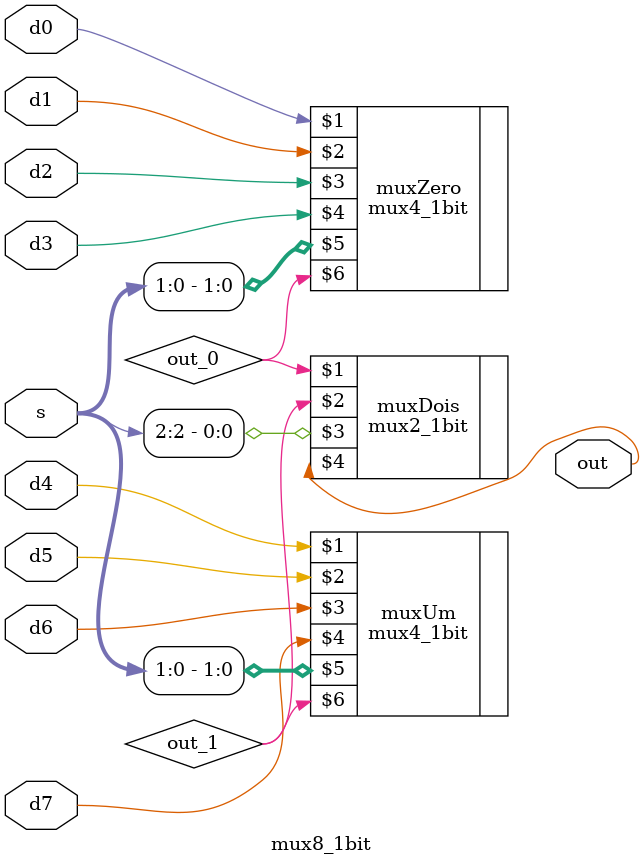
<source format=sv>
module mux8_1bit (d0, d1, d2, d3, d4, d5, d6, d7, s, out);
	
	input logic d0, d1, d2, d3, d4, d5, d6, d7;
	input logic [2:0] s;
	output logic out;
	
	logic out_0, out_1; 
	
	mux4_1bit muxZero(d0, d1, d2, d3, s[1:0], out_0);
	mux4_1bit muxUm(d4, d5, d6, d7, s[1:0], out_1);
	mux2_1bit muxDois(out_0, out_1, s[2], out);
	
endmodule 
</source>
